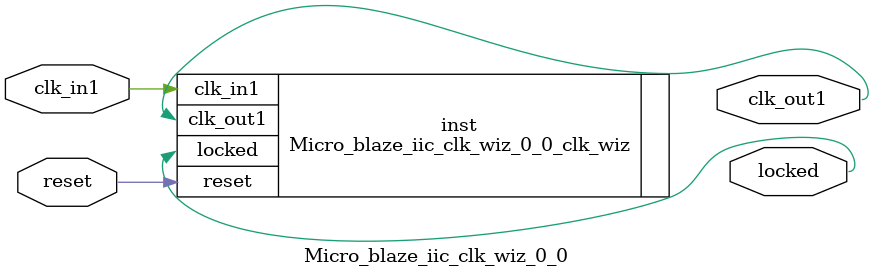
<source format=v>


`timescale 1ps/1ps

(* CORE_GENERATION_INFO = "Micro_blaze_iic_clk_wiz_0_0,clk_wiz_v6_0_4_0_0,{component_name=Micro_blaze_iic_clk_wiz_0_0,use_phase_alignment=true,use_min_o_jitter=false,use_max_i_jitter=false,use_dyn_phase_shift=false,use_inclk_switchover=false,use_dyn_reconfig=false,enable_axi=0,feedback_source=FDBK_AUTO,PRIMITIVE=MMCM,num_out_clk=1,clkin1_period=10.000,clkin2_period=10.000,use_power_down=false,use_reset=true,use_locked=true,use_inclk_stopped=false,feedback_type=SINGLE,CLOCK_MGR_TYPE=NA,manual_override=false}" *)

module Micro_blaze_iic_clk_wiz_0_0 
 (
  // Clock out ports
  output        clk_out1,
  // Status and control signals
  input         reset,
  output        locked,
 // Clock in ports
  input         clk_in1
 );

  Micro_blaze_iic_clk_wiz_0_0_clk_wiz inst
  (
  // Clock out ports  
  .clk_out1(clk_out1),
  // Status and control signals               
  .reset(reset), 
  .locked(locked),
 // Clock in ports
  .clk_in1(clk_in1)
  );

endmodule

</source>
